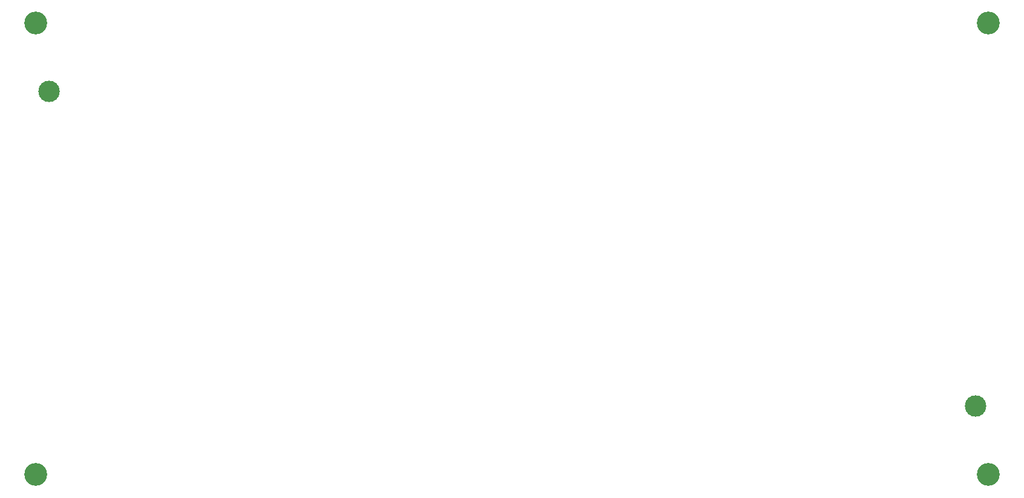
<source format=gbr>
%TF.GenerationSoftware,KiCad,Pcbnew,7.0.11-rc3*%
%TF.CreationDate,2025-03-16T23:24:37+08:00*%
%TF.ProjectId,BQ79616_BMS_14Ch,42513739-3631-4365-9f42-4d535f313443,V1.2*%
%TF.SameCoordinates,Original*%
%TF.FileFunction,NonPlated,1,4,NPTH,Drill*%
%TF.FilePolarity,Positive*%
%FSLAX46Y46*%
G04 Gerber Fmt 4.6, Leading zero omitted, Abs format (unit mm)*
G04 Created by KiCad (PCBNEW 7.0.11-rc3) date 2025-03-16 23:24:37*
%MOMM*%
%LPD*%
G01*
G04 APERTURE LIST*
%TA.AperFunction,ComponentDrill*%
%ADD10C,3.000000*%
%TD*%
%TA.AperFunction,ComponentDrill*%
%ADD11C,3.200000*%
%TD*%
G04 APERTURE END LIST*
D10*
%TO.C,J5*%
X85250000Y-73000000D03*
%TO.C,J4*%
X214750000Y-117000000D03*
D11*
%TO.C,H1*%
X83400000Y-63400000D03*
%TO.C,H3*%
X83400000Y-126600000D03*
%TO.C,H2*%
X216600000Y-63400000D03*
%TO.C,H4*%
X216600000Y-126600000D03*
M02*

</source>
